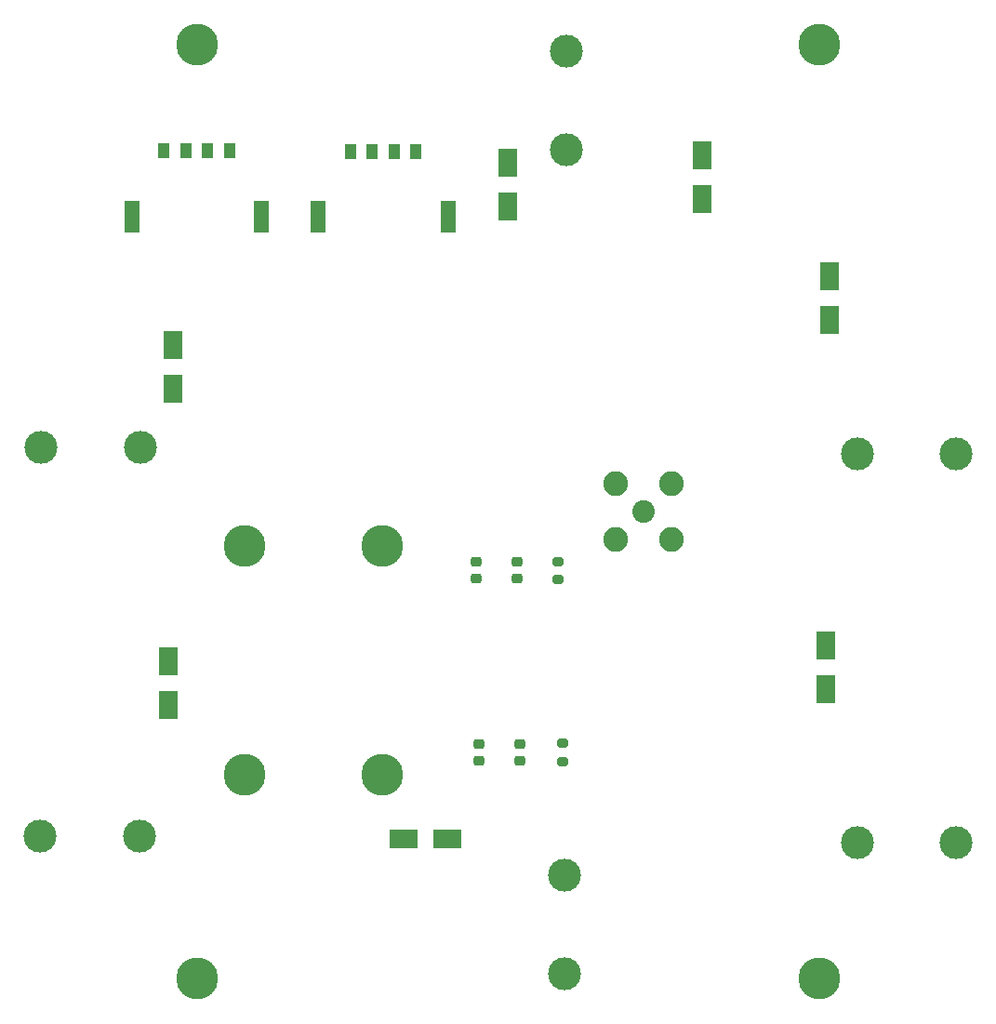
<source format=gbs>
%TF.GenerationSoftware,KiCad,Pcbnew,7.0.10*%
%TF.CreationDate,2024-05-04T16:42:37-07:00*%
%TF.ProjectId,Z_Panels,5a5f5061-6e65-46c7-932e-6b696361645f,rev?*%
%TF.SameCoordinates,Original*%
%TF.FileFunction,Soldermask,Bot*%
%TF.FilePolarity,Negative*%
%FSLAX46Y46*%
G04 Gerber Fmt 4.6, Leading zero omitted, Abs format (unit mm)*
G04 Created by KiCad (PCBNEW 7.0.10) date 2024-05-04 16:42:37*
%MOMM*%
%LPD*%
G01*
G04 APERTURE LIST*
G04 Aperture macros list*
%AMRoundRect*
0 Rectangle with rounded corners*
0 $1 Rounding radius*
0 $2 $3 $4 $5 $6 $7 $8 $9 X,Y pos of 4 corners*
0 Add a 4 corners polygon primitive as box body*
4,1,4,$2,$3,$4,$5,$6,$7,$8,$9,$2,$3,0*
0 Add four circle primitives for the rounded corners*
1,1,$1+$1,$2,$3*
1,1,$1+$1,$4,$5*
1,1,$1+$1,$6,$7*
1,1,$1+$1,$8,$9*
0 Add four rect primitives between the rounded corners*
20,1,$1+$1,$2,$3,$4,$5,0*
20,1,$1+$1,$4,$5,$6,$7,0*
20,1,$1+$1,$6,$7,$8,$9,0*
20,1,$1+$1,$8,$9,$2,$3,0*%
G04 Aperture macros list end*
%ADD10C,3.000000*%
%ADD11C,2.600000*%
%ADD12C,3.800000*%
%ADD13R,1.100000X1.450000*%
%ADD14R,1.350000X2.899999*%
%ADD15R,1.700000X2.500000*%
%ADD16RoundRect,0.225000X-0.250000X0.225000X-0.250000X-0.225000X0.250000X-0.225000X0.250000X0.225000X0*%
%ADD17RoundRect,0.225000X0.250000X-0.225000X0.250000X0.225000X-0.250000X0.225000X-0.250000X-0.225000X0*%
%ADD18RoundRect,0.200000X0.275000X-0.200000X0.275000X0.200000X-0.275000X0.200000X-0.275000X-0.200000X0*%
%ADD19R,2.500000X1.700000*%
%ADD20RoundRect,0.200000X-0.275000X0.200000X-0.275000X-0.200000X0.275000X-0.200000X0.275000X0.200000X0*%
%ADD21C,2.050000*%
%ADD22C,2.250000*%
G04 APERTURE END LIST*
D10*
X150000000Y-82600000D03*
X141000000Y-82600000D03*
D11*
X155182000Y-45965600D03*
D12*
X155182000Y-45965600D03*
D10*
X188600000Y-121500000D03*
X188600000Y-130500000D03*
D11*
X159500000Y-112400000D03*
D12*
X159500000Y-112400000D03*
D11*
X172000000Y-112400000D03*
D12*
X172000000Y-112400000D03*
D11*
X172000000Y-91600000D03*
D12*
X172000000Y-91600000D03*
D11*
X211856000Y-45965600D03*
D12*
X211856000Y-45965600D03*
D10*
X188800000Y-46500000D03*
X188800000Y-55500000D03*
X224300000Y-83200000D03*
X215300000Y-83200000D03*
X149900000Y-118000000D03*
X140900000Y-118000000D03*
D11*
X211856000Y-130965600D03*
D12*
X211856000Y-130965600D03*
D10*
X224300000Y-118600000D03*
X215300000Y-118600000D03*
D11*
X155182000Y-130965600D03*
D12*
X155182000Y-130965600D03*
D11*
X159500000Y-91600000D03*
D12*
X159500000Y-91600000D03*
D13*
X158135004Y-55624999D03*
X156135003Y-55624999D03*
X154135004Y-55624999D03*
X152135003Y-55624999D03*
D14*
X149240005Y-61599998D03*
X161030002Y-61599998D03*
D15*
X183500000Y-56700000D03*
X183500000Y-60700000D03*
D16*
X180850000Y-109600000D03*
X180850000Y-111150000D03*
D15*
X152950000Y-77300000D03*
X152950000Y-73300000D03*
D13*
X175125001Y-55650000D03*
X173125000Y-55650000D03*
X171125001Y-55650000D03*
X169125000Y-55650000D03*
D14*
X166230002Y-61624999D03*
X178019999Y-61624999D03*
D17*
X180550000Y-94550000D03*
X180550000Y-93000000D03*
D18*
X188050000Y-94650000D03*
X188050000Y-93000000D03*
D15*
X201125000Y-56025000D03*
X201125000Y-60025000D03*
D17*
X184350000Y-94550000D03*
X184350000Y-93000000D03*
D15*
X212400000Y-100600000D03*
X212400000Y-104600000D03*
X212800000Y-67000000D03*
X212800000Y-71000000D03*
D16*
X184600000Y-109575000D03*
X184600000Y-111125000D03*
D19*
X178000000Y-118200000D03*
X174000000Y-118200000D03*
D20*
X188475000Y-109550000D03*
X188475000Y-111200000D03*
D21*
X195800000Y-88400000D03*
D22*
X193260000Y-90940000D03*
X198340000Y-90940000D03*
X193260000Y-85860000D03*
X198340000Y-85860000D03*
D15*
X152525000Y-106050000D03*
X152525000Y-102050000D03*
M02*

</source>
